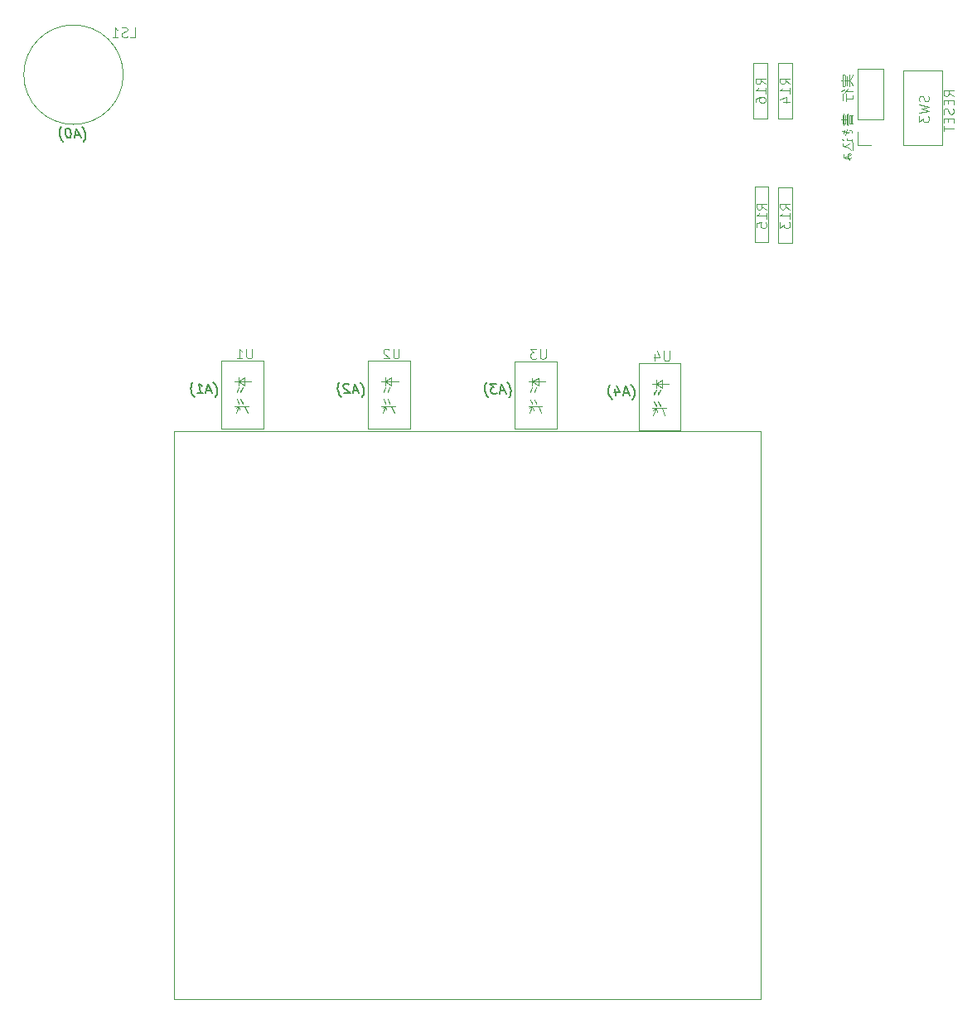
<source format=gbr>
%TF.GenerationSoftware,KiCad,Pcbnew,8.0.8*%
%TF.CreationDate,2025-08-25T22:32:07+09:00*%
%TF.ProjectId,Line_follower_robot,4c696e65-5f66-46f6-9c6c-6f7765725f72,rev?*%
%TF.SameCoordinates,Original*%
%TF.FileFunction,Legend,Bot*%
%TF.FilePolarity,Positive*%
%FSLAX46Y46*%
G04 Gerber Fmt 4.6, Leading zero omitted, Abs format (unit mm)*
G04 Created by KiCad (PCBNEW 8.0.8) date 2025-08-25 22:32:07*
%MOMM*%
%LPD*%
G01*
G04 APERTURE LIST*
%ADD10C,0.100000*%
%ADD11C,0.200000*%
%ADD12C,0.120000*%
G04 APERTURE END LIST*
D10*
X118610514Y-25603884D02*
X118610514Y-26556265D01*
X118800990Y-25651503D02*
X118800990Y-26556265D01*
X119039085Y-25461027D02*
X119039085Y-26699122D01*
X118372419Y-25508646D02*
X118562895Y-25508646D01*
X118229561Y-26080074D02*
X118372419Y-26080074D01*
X118372419Y-25508646D02*
X118372419Y-26651503D01*
X118372419Y-26651503D02*
X118562895Y-26651503D01*
X119039085Y-26080074D02*
X119229561Y-26270550D01*
X119229561Y-26270550D02*
X119372419Y-26603884D01*
X118515276Y-26080074D02*
X118991466Y-26080074D01*
X118991466Y-26080074D02*
X119134323Y-26032455D01*
X119134323Y-26032455D02*
X119229561Y-25889598D01*
X119229561Y-25889598D02*
X119372419Y-25508646D01*
X118324800Y-27461026D02*
X118324800Y-28127693D01*
X118658133Y-27413407D02*
X118658133Y-28175312D01*
X119372419Y-27651502D02*
X119372419Y-27937217D01*
X118658133Y-27222931D02*
X119372419Y-27222931D01*
X118658133Y-27937217D02*
X119372419Y-27937217D01*
X118229561Y-27222931D02*
X118515276Y-26984836D01*
X118515276Y-27318169D02*
X118896228Y-26937217D01*
X118467657Y-29461026D02*
X118467657Y-30699121D01*
X118610514Y-29603883D02*
X118610514Y-30508645D01*
X118753371Y-29556264D02*
X118753371Y-30603883D01*
X118896228Y-29461026D02*
X118896228Y-30699121D01*
X119181942Y-29651502D02*
X119181942Y-30508645D01*
X119324800Y-29651502D02*
X119324800Y-30508645D01*
X119039085Y-29651502D02*
X119372419Y-29651502D01*
X118229561Y-30080073D02*
X118896228Y-30080073D01*
X118324800Y-29603883D02*
X118324800Y-30508645D01*
X118324800Y-30508645D02*
X118610514Y-30508645D01*
X119039085Y-29651502D02*
X119039085Y-30508645D01*
X119039085Y-30508645D02*
X119372419Y-30508645D01*
X118515276Y-31127692D02*
X118420038Y-31508644D01*
X118753371Y-31080073D02*
X118610514Y-31651501D01*
X118277180Y-31270549D02*
X118991466Y-31461025D01*
X118991466Y-31461025D02*
X118991466Y-31318168D01*
X119039085Y-31127692D02*
X119181942Y-31127692D01*
X119181942Y-31127692D02*
X119277180Y-31222930D01*
X119277180Y-31222930D02*
X119324800Y-31413406D01*
X118277180Y-32080073D02*
X118467657Y-32222930D01*
X118753371Y-31984835D02*
X118753371Y-32222930D01*
X118753371Y-32222930D02*
X119181942Y-32222930D01*
X119181942Y-32222930D02*
X119372419Y-32032454D01*
X118324800Y-32508644D02*
X118324800Y-32794358D01*
X118324800Y-32794358D02*
X118705752Y-32841977D01*
X118705752Y-32841977D02*
X118943847Y-32984835D01*
X118943847Y-32984835D02*
X119181942Y-33175311D01*
X118562895Y-32794358D02*
X118943847Y-32603882D01*
X118943847Y-32603882D02*
X119134323Y-32413406D01*
X119277180Y-32127692D02*
X119372419Y-32699120D01*
X119372419Y-32699120D02*
X119372419Y-33175311D01*
X118420038Y-33651501D02*
X118420038Y-33937215D01*
X118420038Y-33937215D02*
X118753371Y-33841977D01*
X118753371Y-33841977D02*
X119229561Y-33651501D01*
X119229561Y-33651501D02*
X119086704Y-33556263D01*
X119086704Y-33556263D02*
X118943847Y-33556263D01*
X118943847Y-33556263D02*
X118848609Y-33699120D01*
X118848609Y-33699120D02*
X118848609Y-33889596D01*
X118848609Y-33889596D02*
X119039085Y-34222929D01*
X118610514Y-34080072D02*
X118896228Y-34080072D01*
X118896228Y-34080072D02*
X119086704Y-34032453D01*
X119086704Y-34032453D02*
X119277180Y-33889596D01*
X129672419Y-27675312D02*
X129196228Y-27341979D01*
X129672419Y-27103884D02*
X128672419Y-27103884D01*
X128672419Y-27103884D02*
X128672419Y-27484836D01*
X128672419Y-27484836D02*
X128720038Y-27580074D01*
X128720038Y-27580074D02*
X128767657Y-27627693D01*
X128767657Y-27627693D02*
X128862895Y-27675312D01*
X128862895Y-27675312D02*
X129005752Y-27675312D01*
X129005752Y-27675312D02*
X129100990Y-27627693D01*
X129100990Y-27627693D02*
X129148609Y-27580074D01*
X129148609Y-27580074D02*
X129196228Y-27484836D01*
X129196228Y-27484836D02*
X129196228Y-27103884D01*
X129148609Y-28103884D02*
X129148609Y-28437217D01*
X129672419Y-28580074D02*
X129672419Y-28103884D01*
X129672419Y-28103884D02*
X128672419Y-28103884D01*
X128672419Y-28103884D02*
X128672419Y-28580074D01*
X129624800Y-28961027D02*
X129672419Y-29103884D01*
X129672419Y-29103884D02*
X129672419Y-29341979D01*
X129672419Y-29341979D02*
X129624800Y-29437217D01*
X129624800Y-29437217D02*
X129577180Y-29484836D01*
X129577180Y-29484836D02*
X129481942Y-29532455D01*
X129481942Y-29532455D02*
X129386704Y-29532455D01*
X129386704Y-29532455D02*
X129291466Y-29484836D01*
X129291466Y-29484836D02*
X129243847Y-29437217D01*
X129243847Y-29437217D02*
X129196228Y-29341979D01*
X129196228Y-29341979D02*
X129148609Y-29151503D01*
X129148609Y-29151503D02*
X129100990Y-29056265D01*
X129100990Y-29056265D02*
X129053371Y-29008646D01*
X129053371Y-29008646D02*
X128958133Y-28961027D01*
X128958133Y-28961027D02*
X128862895Y-28961027D01*
X128862895Y-28961027D02*
X128767657Y-29008646D01*
X128767657Y-29008646D02*
X128720038Y-29056265D01*
X128720038Y-29056265D02*
X128672419Y-29151503D01*
X128672419Y-29151503D02*
X128672419Y-29389598D01*
X128672419Y-29389598D02*
X128720038Y-29532455D01*
X129148609Y-29961027D02*
X129148609Y-30294360D01*
X129672419Y-30437217D02*
X129672419Y-29961027D01*
X129672419Y-29961027D02*
X128672419Y-29961027D01*
X128672419Y-29961027D02*
X128672419Y-30437217D01*
X128672419Y-30722932D02*
X128672419Y-31294360D01*
X129672419Y-31008646D02*
X128672419Y-31008646D01*
D11*
X40798183Y-32348171D02*
X40839850Y-32300552D01*
X40839850Y-32300552D02*
X40917231Y-32157695D01*
X40917231Y-32157695D02*
X40952945Y-32062457D01*
X40952945Y-32062457D02*
X40982707Y-31919600D01*
X40982707Y-31919600D02*
X41000564Y-31681504D01*
X41000564Y-31681504D02*
X40976755Y-31491028D01*
X40976755Y-31491028D02*
X40899374Y-31252933D01*
X40899374Y-31252933D02*
X40833898Y-31110076D01*
X40833898Y-31110076D02*
X40774374Y-31014838D01*
X40774374Y-31014838D02*
X40661279Y-30871980D01*
X40661279Y-30871980D02*
X40607707Y-30824361D01*
X40381516Y-31681504D02*
X39905326Y-31681504D01*
X40512469Y-31967219D02*
X40054135Y-30967219D01*
X40054135Y-30967219D02*
X39845802Y-31967219D01*
X39196992Y-30967219D02*
X39101754Y-30967219D01*
X39101754Y-30967219D02*
X39012469Y-31014838D01*
X39012469Y-31014838D02*
X38970802Y-31062457D01*
X38970802Y-31062457D02*
X38935088Y-31157695D01*
X38935088Y-31157695D02*
X38911278Y-31348171D01*
X38911278Y-31348171D02*
X38941040Y-31586266D01*
X38941040Y-31586266D02*
X39012469Y-31776742D01*
X39012469Y-31776742D02*
X39071992Y-31871980D01*
X39071992Y-31871980D02*
X39125564Y-31919600D01*
X39125564Y-31919600D02*
X39226754Y-31967219D01*
X39226754Y-31967219D02*
X39321992Y-31967219D01*
X39321992Y-31967219D02*
X39411278Y-31919600D01*
X39411278Y-31919600D02*
X39452945Y-31871980D01*
X39452945Y-31871980D02*
X39488659Y-31776742D01*
X39488659Y-31776742D02*
X39512469Y-31586266D01*
X39512469Y-31586266D02*
X39482707Y-31348171D01*
X39482707Y-31348171D02*
X39411278Y-31157695D01*
X39411278Y-31157695D02*
X39351754Y-31062457D01*
X39351754Y-31062457D02*
X39298183Y-31014838D01*
X39298183Y-31014838D02*
X39196992Y-30967219D01*
X38702945Y-32348171D02*
X38649373Y-32300552D01*
X38649373Y-32300552D02*
X38536278Y-32157695D01*
X38536278Y-32157695D02*
X38476754Y-32062457D01*
X38476754Y-32062457D02*
X38411278Y-31919600D01*
X38411278Y-31919600D02*
X38333897Y-31681504D01*
X38333897Y-31681504D02*
X38310088Y-31491028D01*
X38310088Y-31491028D02*
X38327945Y-31252933D01*
X38327945Y-31252933D02*
X38357707Y-31110076D01*
X38357707Y-31110076D02*
X38393421Y-31014838D01*
X38393421Y-31014838D02*
X38470802Y-30871980D01*
X38470802Y-30871980D02*
X38512469Y-30824361D01*
X96888183Y-58658171D02*
X96929850Y-58610552D01*
X96929850Y-58610552D02*
X97007231Y-58467695D01*
X97007231Y-58467695D02*
X97042945Y-58372457D01*
X97042945Y-58372457D02*
X97072707Y-58229600D01*
X97072707Y-58229600D02*
X97090564Y-57991504D01*
X97090564Y-57991504D02*
X97066755Y-57801028D01*
X97066755Y-57801028D02*
X96989374Y-57562933D01*
X96989374Y-57562933D02*
X96923898Y-57420076D01*
X96923898Y-57420076D02*
X96864374Y-57324838D01*
X96864374Y-57324838D02*
X96751279Y-57181980D01*
X96751279Y-57181980D02*
X96697707Y-57134361D01*
X96471516Y-57991504D02*
X95995326Y-57991504D01*
X96602469Y-58277219D02*
X96144135Y-57277219D01*
X96144135Y-57277219D02*
X95935802Y-58277219D01*
X95090564Y-57610552D02*
X95173897Y-58277219D01*
X95281040Y-57229600D02*
X95608421Y-57943885D01*
X95608421Y-57943885D02*
X94989373Y-57943885D01*
X94792945Y-58658171D02*
X94739373Y-58610552D01*
X94739373Y-58610552D02*
X94626278Y-58467695D01*
X94626278Y-58467695D02*
X94566754Y-58372457D01*
X94566754Y-58372457D02*
X94501278Y-58229600D01*
X94501278Y-58229600D02*
X94423897Y-57991504D01*
X94423897Y-57991504D02*
X94400088Y-57801028D01*
X94400088Y-57801028D02*
X94417945Y-57562933D01*
X94417945Y-57562933D02*
X94447707Y-57420076D01*
X94447707Y-57420076D02*
X94483421Y-57324838D01*
X94483421Y-57324838D02*
X94560802Y-57181980D01*
X94560802Y-57181980D02*
X94602469Y-57134361D01*
X84248183Y-58448171D02*
X84289850Y-58400552D01*
X84289850Y-58400552D02*
X84367231Y-58257695D01*
X84367231Y-58257695D02*
X84402945Y-58162457D01*
X84402945Y-58162457D02*
X84432707Y-58019600D01*
X84432707Y-58019600D02*
X84450564Y-57781504D01*
X84450564Y-57781504D02*
X84426755Y-57591028D01*
X84426755Y-57591028D02*
X84349374Y-57352933D01*
X84349374Y-57352933D02*
X84283898Y-57210076D01*
X84283898Y-57210076D02*
X84224374Y-57114838D01*
X84224374Y-57114838D02*
X84111279Y-56971980D01*
X84111279Y-56971980D02*
X84057707Y-56924361D01*
X83831516Y-57781504D02*
X83355326Y-57781504D01*
X83962469Y-58067219D02*
X83504135Y-57067219D01*
X83504135Y-57067219D02*
X83295802Y-58067219D01*
X82932707Y-57067219D02*
X82313659Y-57067219D01*
X82313659Y-57067219D02*
X82694612Y-57448171D01*
X82694612Y-57448171D02*
X82551754Y-57448171D01*
X82551754Y-57448171D02*
X82462469Y-57495790D01*
X82462469Y-57495790D02*
X82420802Y-57543409D01*
X82420802Y-57543409D02*
X82385088Y-57638647D01*
X82385088Y-57638647D02*
X82414850Y-57876742D01*
X82414850Y-57876742D02*
X82474373Y-57971980D01*
X82474373Y-57971980D02*
X82527945Y-58019600D01*
X82527945Y-58019600D02*
X82629135Y-58067219D01*
X82629135Y-58067219D02*
X82914850Y-58067219D01*
X82914850Y-58067219D02*
X83004135Y-58019600D01*
X83004135Y-58019600D02*
X83045802Y-57971980D01*
X82152945Y-58448171D02*
X82099373Y-58400552D01*
X82099373Y-58400552D02*
X81986278Y-58257695D01*
X81986278Y-58257695D02*
X81926754Y-58162457D01*
X81926754Y-58162457D02*
X81861278Y-58019600D01*
X81861278Y-58019600D02*
X81783897Y-57781504D01*
X81783897Y-57781504D02*
X81760088Y-57591028D01*
X81760088Y-57591028D02*
X81777945Y-57352933D01*
X81777945Y-57352933D02*
X81807707Y-57210076D01*
X81807707Y-57210076D02*
X81843421Y-57114838D01*
X81843421Y-57114838D02*
X81920802Y-56971980D01*
X81920802Y-56971980D02*
X81962469Y-56924361D01*
X69238183Y-58428171D02*
X69279850Y-58380552D01*
X69279850Y-58380552D02*
X69357231Y-58237695D01*
X69357231Y-58237695D02*
X69392945Y-58142457D01*
X69392945Y-58142457D02*
X69422707Y-57999600D01*
X69422707Y-57999600D02*
X69440564Y-57761504D01*
X69440564Y-57761504D02*
X69416755Y-57571028D01*
X69416755Y-57571028D02*
X69339374Y-57332933D01*
X69339374Y-57332933D02*
X69273898Y-57190076D01*
X69273898Y-57190076D02*
X69214374Y-57094838D01*
X69214374Y-57094838D02*
X69101279Y-56951980D01*
X69101279Y-56951980D02*
X69047707Y-56904361D01*
X68821516Y-57761504D02*
X68345326Y-57761504D01*
X68952469Y-58047219D02*
X68494135Y-57047219D01*
X68494135Y-57047219D02*
X68285802Y-58047219D01*
X67886992Y-57142457D02*
X67833421Y-57094838D01*
X67833421Y-57094838D02*
X67732231Y-57047219D01*
X67732231Y-57047219D02*
X67494135Y-57047219D01*
X67494135Y-57047219D02*
X67404850Y-57094838D01*
X67404850Y-57094838D02*
X67363183Y-57142457D01*
X67363183Y-57142457D02*
X67327469Y-57237695D01*
X67327469Y-57237695D02*
X67339373Y-57332933D01*
X67339373Y-57332933D02*
X67404850Y-57475790D01*
X67404850Y-57475790D02*
X68047707Y-58047219D01*
X68047707Y-58047219D02*
X67428659Y-58047219D01*
X67142945Y-58428171D02*
X67089373Y-58380552D01*
X67089373Y-58380552D02*
X66976278Y-58237695D01*
X66976278Y-58237695D02*
X66916754Y-58142457D01*
X66916754Y-58142457D02*
X66851278Y-57999600D01*
X66851278Y-57999600D02*
X66773897Y-57761504D01*
X66773897Y-57761504D02*
X66750088Y-57571028D01*
X66750088Y-57571028D02*
X66767945Y-57332933D01*
X66767945Y-57332933D02*
X66797707Y-57190076D01*
X66797707Y-57190076D02*
X66833421Y-57094838D01*
X66833421Y-57094838D02*
X66910802Y-56951980D01*
X66910802Y-56951980D02*
X66952469Y-56904361D01*
X54238183Y-58428171D02*
X54279850Y-58380552D01*
X54279850Y-58380552D02*
X54357231Y-58237695D01*
X54357231Y-58237695D02*
X54392945Y-58142457D01*
X54392945Y-58142457D02*
X54422707Y-57999600D01*
X54422707Y-57999600D02*
X54440564Y-57761504D01*
X54440564Y-57761504D02*
X54416755Y-57571028D01*
X54416755Y-57571028D02*
X54339374Y-57332933D01*
X54339374Y-57332933D02*
X54273898Y-57190076D01*
X54273898Y-57190076D02*
X54214374Y-57094838D01*
X54214374Y-57094838D02*
X54101279Y-56951980D01*
X54101279Y-56951980D02*
X54047707Y-56904361D01*
X53821516Y-57761504D02*
X53345326Y-57761504D01*
X53952469Y-58047219D02*
X53494135Y-57047219D01*
X53494135Y-57047219D02*
X53285802Y-58047219D01*
X52428659Y-58047219D02*
X53000088Y-58047219D01*
X52714373Y-58047219D02*
X52589373Y-57047219D01*
X52589373Y-57047219D02*
X52702469Y-57190076D01*
X52702469Y-57190076D02*
X52809612Y-57285314D01*
X52809612Y-57285314D02*
X52910802Y-57332933D01*
X52142945Y-58428171D02*
X52089373Y-58380552D01*
X52089373Y-58380552D02*
X51976278Y-58237695D01*
X51976278Y-58237695D02*
X51916754Y-58142457D01*
X51916754Y-58142457D02*
X51851278Y-57999600D01*
X51851278Y-57999600D02*
X51773897Y-57761504D01*
X51773897Y-57761504D02*
X51750088Y-57571028D01*
X51750088Y-57571028D02*
X51767945Y-57332933D01*
X51767945Y-57332933D02*
X51797707Y-57190076D01*
X51797707Y-57190076D02*
X51833421Y-57094838D01*
X51833421Y-57094838D02*
X51910802Y-56951980D01*
X51910802Y-56951980D02*
X51952469Y-56904361D01*
D10*
X50000000Y-61900000D02*
X110000000Y-61900000D01*
X110000000Y-119900000D01*
X50000000Y-119900000D01*
X50000000Y-61900000D01*
X100651904Y-53717419D02*
X100651904Y-54526942D01*
X100651904Y-54526942D02*
X100604285Y-54622180D01*
X100604285Y-54622180D02*
X100556666Y-54669800D01*
X100556666Y-54669800D02*
X100461428Y-54717419D01*
X100461428Y-54717419D02*
X100270952Y-54717419D01*
X100270952Y-54717419D02*
X100175714Y-54669800D01*
X100175714Y-54669800D02*
X100128095Y-54622180D01*
X100128095Y-54622180D02*
X100080476Y-54526942D01*
X100080476Y-54526942D02*
X100080476Y-53717419D01*
X99175714Y-54050752D02*
X99175714Y-54717419D01*
X99413809Y-53669800D02*
X99651904Y-54384085D01*
X99651904Y-54384085D02*
X99032857Y-54384085D01*
X88011904Y-53507419D02*
X88011904Y-54316942D01*
X88011904Y-54316942D02*
X87964285Y-54412180D01*
X87964285Y-54412180D02*
X87916666Y-54459800D01*
X87916666Y-54459800D02*
X87821428Y-54507419D01*
X87821428Y-54507419D02*
X87630952Y-54507419D01*
X87630952Y-54507419D02*
X87535714Y-54459800D01*
X87535714Y-54459800D02*
X87488095Y-54412180D01*
X87488095Y-54412180D02*
X87440476Y-54316942D01*
X87440476Y-54316942D02*
X87440476Y-53507419D01*
X87059523Y-53507419D02*
X86440476Y-53507419D01*
X86440476Y-53507419D02*
X86773809Y-53888371D01*
X86773809Y-53888371D02*
X86630952Y-53888371D01*
X86630952Y-53888371D02*
X86535714Y-53935990D01*
X86535714Y-53935990D02*
X86488095Y-53983609D01*
X86488095Y-53983609D02*
X86440476Y-54078847D01*
X86440476Y-54078847D02*
X86440476Y-54316942D01*
X86440476Y-54316942D02*
X86488095Y-54412180D01*
X86488095Y-54412180D02*
X86535714Y-54459800D01*
X86535714Y-54459800D02*
X86630952Y-54507419D01*
X86630952Y-54507419D02*
X86916666Y-54507419D01*
X86916666Y-54507419D02*
X87011904Y-54459800D01*
X87011904Y-54459800D02*
X87059523Y-54412180D01*
X73001904Y-53487419D02*
X73001904Y-54296942D01*
X73001904Y-54296942D02*
X72954285Y-54392180D01*
X72954285Y-54392180D02*
X72906666Y-54439800D01*
X72906666Y-54439800D02*
X72811428Y-54487419D01*
X72811428Y-54487419D02*
X72620952Y-54487419D01*
X72620952Y-54487419D02*
X72525714Y-54439800D01*
X72525714Y-54439800D02*
X72478095Y-54392180D01*
X72478095Y-54392180D02*
X72430476Y-54296942D01*
X72430476Y-54296942D02*
X72430476Y-53487419D01*
X72001904Y-53582657D02*
X71954285Y-53535038D01*
X71954285Y-53535038D02*
X71859047Y-53487419D01*
X71859047Y-53487419D02*
X71620952Y-53487419D01*
X71620952Y-53487419D02*
X71525714Y-53535038D01*
X71525714Y-53535038D02*
X71478095Y-53582657D01*
X71478095Y-53582657D02*
X71430476Y-53677895D01*
X71430476Y-53677895D02*
X71430476Y-53773133D01*
X71430476Y-53773133D02*
X71478095Y-53915990D01*
X71478095Y-53915990D02*
X72049523Y-54487419D01*
X72049523Y-54487419D02*
X71430476Y-54487419D01*
X58001904Y-53487419D02*
X58001904Y-54296942D01*
X58001904Y-54296942D02*
X57954285Y-54392180D01*
X57954285Y-54392180D02*
X57906666Y-54439800D01*
X57906666Y-54439800D02*
X57811428Y-54487419D01*
X57811428Y-54487419D02*
X57620952Y-54487419D01*
X57620952Y-54487419D02*
X57525714Y-54439800D01*
X57525714Y-54439800D02*
X57478095Y-54392180D01*
X57478095Y-54392180D02*
X57430476Y-54296942D01*
X57430476Y-54296942D02*
X57430476Y-53487419D01*
X56430476Y-54487419D02*
X57001904Y-54487419D01*
X56716190Y-54487419D02*
X56716190Y-53487419D01*
X56716190Y-53487419D02*
X56811428Y-53630276D01*
X56811428Y-53630276D02*
X56906666Y-53725514D01*
X56906666Y-53725514D02*
X57001904Y-53773133D01*
X127109800Y-27666667D02*
X127157419Y-27809524D01*
X127157419Y-27809524D02*
X127157419Y-28047619D01*
X127157419Y-28047619D02*
X127109800Y-28142857D01*
X127109800Y-28142857D02*
X127062180Y-28190476D01*
X127062180Y-28190476D02*
X126966942Y-28238095D01*
X126966942Y-28238095D02*
X126871704Y-28238095D01*
X126871704Y-28238095D02*
X126776466Y-28190476D01*
X126776466Y-28190476D02*
X126728847Y-28142857D01*
X126728847Y-28142857D02*
X126681228Y-28047619D01*
X126681228Y-28047619D02*
X126633609Y-27857143D01*
X126633609Y-27857143D02*
X126585990Y-27761905D01*
X126585990Y-27761905D02*
X126538371Y-27714286D01*
X126538371Y-27714286D02*
X126443133Y-27666667D01*
X126443133Y-27666667D02*
X126347895Y-27666667D01*
X126347895Y-27666667D02*
X126252657Y-27714286D01*
X126252657Y-27714286D02*
X126205038Y-27761905D01*
X126205038Y-27761905D02*
X126157419Y-27857143D01*
X126157419Y-27857143D02*
X126157419Y-28095238D01*
X126157419Y-28095238D02*
X126205038Y-28238095D01*
X126157419Y-28571429D02*
X127157419Y-28809524D01*
X127157419Y-28809524D02*
X126443133Y-29000000D01*
X126443133Y-29000000D02*
X127157419Y-29190476D01*
X127157419Y-29190476D02*
X126157419Y-29428572D01*
X126157419Y-29714286D02*
X126157419Y-30333333D01*
X126157419Y-30333333D02*
X126538371Y-30000000D01*
X126538371Y-30000000D02*
X126538371Y-30142857D01*
X126538371Y-30142857D02*
X126585990Y-30238095D01*
X126585990Y-30238095D02*
X126633609Y-30285714D01*
X126633609Y-30285714D02*
X126728847Y-30333333D01*
X126728847Y-30333333D02*
X126966942Y-30333333D01*
X126966942Y-30333333D02*
X127062180Y-30285714D01*
X127062180Y-30285714D02*
X127109800Y-30238095D01*
X127109800Y-30238095D02*
X127157419Y-30142857D01*
X127157419Y-30142857D02*
X127157419Y-29857143D01*
X127157419Y-29857143D02*
X127109800Y-29761905D01*
X127109800Y-29761905D02*
X127062180Y-29714286D01*
X110457419Y-26457142D02*
X109981228Y-26123809D01*
X110457419Y-25885714D02*
X109457419Y-25885714D01*
X109457419Y-25885714D02*
X109457419Y-26266666D01*
X109457419Y-26266666D02*
X109505038Y-26361904D01*
X109505038Y-26361904D02*
X109552657Y-26409523D01*
X109552657Y-26409523D02*
X109647895Y-26457142D01*
X109647895Y-26457142D02*
X109790752Y-26457142D01*
X109790752Y-26457142D02*
X109885990Y-26409523D01*
X109885990Y-26409523D02*
X109933609Y-26361904D01*
X109933609Y-26361904D02*
X109981228Y-26266666D01*
X109981228Y-26266666D02*
X109981228Y-25885714D01*
X110457419Y-27409523D02*
X110457419Y-26838095D01*
X110457419Y-27123809D02*
X109457419Y-27123809D01*
X109457419Y-27123809D02*
X109600276Y-27028571D01*
X109600276Y-27028571D02*
X109695514Y-26933333D01*
X109695514Y-26933333D02*
X109743133Y-26838095D01*
X109457419Y-28266666D02*
X109457419Y-28076190D01*
X109457419Y-28076190D02*
X109505038Y-27980952D01*
X109505038Y-27980952D02*
X109552657Y-27933333D01*
X109552657Y-27933333D02*
X109695514Y-27838095D01*
X109695514Y-27838095D02*
X109885990Y-27790476D01*
X109885990Y-27790476D02*
X110266942Y-27790476D01*
X110266942Y-27790476D02*
X110362180Y-27838095D01*
X110362180Y-27838095D02*
X110409800Y-27885714D01*
X110409800Y-27885714D02*
X110457419Y-27980952D01*
X110457419Y-27980952D02*
X110457419Y-28171428D01*
X110457419Y-28171428D02*
X110409800Y-28266666D01*
X110409800Y-28266666D02*
X110362180Y-28314285D01*
X110362180Y-28314285D02*
X110266942Y-28361904D01*
X110266942Y-28361904D02*
X110028847Y-28361904D01*
X110028847Y-28361904D02*
X109933609Y-28314285D01*
X109933609Y-28314285D02*
X109885990Y-28266666D01*
X109885990Y-28266666D02*
X109838371Y-28171428D01*
X109838371Y-28171428D02*
X109838371Y-27980952D01*
X109838371Y-27980952D02*
X109885990Y-27885714D01*
X109885990Y-27885714D02*
X109933609Y-27838095D01*
X109933609Y-27838095D02*
X110028847Y-27790476D01*
X110557419Y-39257142D02*
X110081228Y-38923809D01*
X110557419Y-38685714D02*
X109557419Y-38685714D01*
X109557419Y-38685714D02*
X109557419Y-39066666D01*
X109557419Y-39066666D02*
X109605038Y-39161904D01*
X109605038Y-39161904D02*
X109652657Y-39209523D01*
X109652657Y-39209523D02*
X109747895Y-39257142D01*
X109747895Y-39257142D02*
X109890752Y-39257142D01*
X109890752Y-39257142D02*
X109985990Y-39209523D01*
X109985990Y-39209523D02*
X110033609Y-39161904D01*
X110033609Y-39161904D02*
X110081228Y-39066666D01*
X110081228Y-39066666D02*
X110081228Y-38685714D01*
X110557419Y-40209523D02*
X110557419Y-39638095D01*
X110557419Y-39923809D02*
X109557419Y-39923809D01*
X109557419Y-39923809D02*
X109700276Y-39828571D01*
X109700276Y-39828571D02*
X109795514Y-39733333D01*
X109795514Y-39733333D02*
X109843133Y-39638095D01*
X109557419Y-41114285D02*
X109557419Y-40638095D01*
X109557419Y-40638095D02*
X110033609Y-40590476D01*
X110033609Y-40590476D02*
X109985990Y-40638095D01*
X109985990Y-40638095D02*
X109938371Y-40733333D01*
X109938371Y-40733333D02*
X109938371Y-40971428D01*
X109938371Y-40971428D02*
X109985990Y-41066666D01*
X109985990Y-41066666D02*
X110033609Y-41114285D01*
X110033609Y-41114285D02*
X110128847Y-41161904D01*
X110128847Y-41161904D02*
X110366942Y-41161904D01*
X110366942Y-41161904D02*
X110462180Y-41114285D01*
X110462180Y-41114285D02*
X110509800Y-41066666D01*
X110509800Y-41066666D02*
X110557419Y-40971428D01*
X110557419Y-40971428D02*
X110557419Y-40733333D01*
X110557419Y-40733333D02*
X110509800Y-40638095D01*
X110509800Y-40638095D02*
X110462180Y-40590476D01*
X112957419Y-26457142D02*
X112481228Y-26123809D01*
X112957419Y-25885714D02*
X111957419Y-25885714D01*
X111957419Y-25885714D02*
X111957419Y-26266666D01*
X111957419Y-26266666D02*
X112005038Y-26361904D01*
X112005038Y-26361904D02*
X112052657Y-26409523D01*
X112052657Y-26409523D02*
X112147895Y-26457142D01*
X112147895Y-26457142D02*
X112290752Y-26457142D01*
X112290752Y-26457142D02*
X112385990Y-26409523D01*
X112385990Y-26409523D02*
X112433609Y-26361904D01*
X112433609Y-26361904D02*
X112481228Y-26266666D01*
X112481228Y-26266666D02*
X112481228Y-25885714D01*
X112957419Y-27409523D02*
X112957419Y-26838095D01*
X112957419Y-27123809D02*
X111957419Y-27123809D01*
X111957419Y-27123809D02*
X112100276Y-27028571D01*
X112100276Y-27028571D02*
X112195514Y-26933333D01*
X112195514Y-26933333D02*
X112243133Y-26838095D01*
X112290752Y-28266666D02*
X112957419Y-28266666D01*
X111909800Y-28028571D02*
X112624085Y-27790476D01*
X112624085Y-27790476D02*
X112624085Y-28409523D01*
X112957419Y-39257142D02*
X112481228Y-38923809D01*
X112957419Y-38685714D02*
X111957419Y-38685714D01*
X111957419Y-38685714D02*
X111957419Y-39066666D01*
X111957419Y-39066666D02*
X112005038Y-39161904D01*
X112005038Y-39161904D02*
X112052657Y-39209523D01*
X112052657Y-39209523D02*
X112147895Y-39257142D01*
X112147895Y-39257142D02*
X112290752Y-39257142D01*
X112290752Y-39257142D02*
X112385990Y-39209523D01*
X112385990Y-39209523D02*
X112433609Y-39161904D01*
X112433609Y-39161904D02*
X112481228Y-39066666D01*
X112481228Y-39066666D02*
X112481228Y-38685714D01*
X112957419Y-40209523D02*
X112957419Y-39638095D01*
X112957419Y-39923809D02*
X111957419Y-39923809D01*
X111957419Y-39923809D02*
X112100276Y-39828571D01*
X112100276Y-39828571D02*
X112195514Y-39733333D01*
X112195514Y-39733333D02*
X112243133Y-39638095D01*
X111957419Y-40542857D02*
X111957419Y-41161904D01*
X111957419Y-41161904D02*
X112338371Y-40828571D01*
X112338371Y-40828571D02*
X112338371Y-40971428D01*
X112338371Y-40971428D02*
X112385990Y-41066666D01*
X112385990Y-41066666D02*
X112433609Y-41114285D01*
X112433609Y-41114285D02*
X112528847Y-41161904D01*
X112528847Y-41161904D02*
X112766942Y-41161904D01*
X112766942Y-41161904D02*
X112862180Y-41114285D01*
X112862180Y-41114285D02*
X112909800Y-41066666D01*
X112909800Y-41066666D02*
X112957419Y-40971428D01*
X112957419Y-40971428D02*
X112957419Y-40685714D01*
X112957419Y-40685714D02*
X112909800Y-40590476D01*
X112909800Y-40590476D02*
X112862180Y-40542857D01*
X45542857Y-21657419D02*
X46019047Y-21657419D01*
X46019047Y-21657419D02*
X46019047Y-20657419D01*
X45257142Y-21609800D02*
X45114285Y-21657419D01*
X45114285Y-21657419D02*
X44876190Y-21657419D01*
X44876190Y-21657419D02*
X44780952Y-21609800D01*
X44780952Y-21609800D02*
X44733333Y-21562180D01*
X44733333Y-21562180D02*
X44685714Y-21466942D01*
X44685714Y-21466942D02*
X44685714Y-21371704D01*
X44685714Y-21371704D02*
X44733333Y-21276466D01*
X44733333Y-21276466D02*
X44780952Y-21228847D01*
X44780952Y-21228847D02*
X44876190Y-21181228D01*
X44876190Y-21181228D02*
X45066666Y-21133609D01*
X45066666Y-21133609D02*
X45161904Y-21085990D01*
X45161904Y-21085990D02*
X45209523Y-21038371D01*
X45209523Y-21038371D02*
X45257142Y-20943133D01*
X45257142Y-20943133D02*
X45257142Y-20847895D01*
X45257142Y-20847895D02*
X45209523Y-20752657D01*
X45209523Y-20752657D02*
X45161904Y-20705038D01*
X45161904Y-20705038D02*
X45066666Y-20657419D01*
X45066666Y-20657419D02*
X44828571Y-20657419D01*
X44828571Y-20657419D02*
X44685714Y-20705038D01*
X43733333Y-21657419D02*
X44304761Y-21657419D01*
X44019047Y-21657419D02*
X44019047Y-20657419D01*
X44019047Y-20657419D02*
X44114285Y-20800276D01*
X44114285Y-20800276D02*
X44209523Y-20895514D01*
X44209523Y-20895514D02*
X44304761Y-20943133D01*
%TO.C,U4*%
X98890000Y-57060000D02*
X100590000Y-57060000D01*
X99890000Y-57460000D02*
X99890000Y-56660000D01*
X99290000Y-57060000D02*
X99890000Y-57460000D01*
X100190000Y-60260000D02*
X99890000Y-59560000D01*
X99490000Y-58160000D02*
X99690000Y-57660000D01*
X99690000Y-59160000D02*
X99690000Y-59360000D01*
X99490000Y-57960000D02*
X99490000Y-58160000D01*
X99690000Y-59360000D02*
X99490000Y-58860000D01*
X99290000Y-57360000D02*
X99290000Y-56660000D01*
X99890000Y-56660000D02*
X99290000Y-57060000D01*
X99290000Y-57010000D02*
X99290000Y-57460000D01*
X99090000Y-58160000D02*
X99290000Y-57660000D01*
X99290000Y-59160000D02*
X99290000Y-59360000D01*
X99390000Y-59960000D02*
X99290000Y-59560000D01*
X98990000Y-59760000D02*
X99290000Y-59560000D01*
X99090000Y-57960000D02*
X99090000Y-58160000D01*
X99290000Y-59360000D02*
X99090000Y-58860000D01*
X99290000Y-59560000D02*
X98990000Y-60260000D01*
X100290000Y-59560000D02*
X98890000Y-59560000D01*
X101790000Y-54960000D02*
X97490000Y-54960000D01*
X97490000Y-61860000D01*
X101790000Y-61860000D01*
X101790000Y-54960000D01*
%TO.C,U3*%
X86250000Y-56850000D02*
X87950000Y-56850000D01*
X87250000Y-57250000D02*
X87250000Y-56450000D01*
X86650000Y-56850000D02*
X87250000Y-57250000D01*
X87550000Y-60050000D02*
X87250000Y-59350000D01*
X86850000Y-57950000D02*
X87050000Y-57450000D01*
X87050000Y-58950000D02*
X87050000Y-59150000D01*
X86850000Y-57750000D02*
X86850000Y-57950000D01*
X87050000Y-59150000D02*
X86850000Y-58650000D01*
X86650000Y-57150000D02*
X86650000Y-56450000D01*
X87250000Y-56450000D02*
X86650000Y-56850000D01*
X86650000Y-56800000D02*
X86650000Y-57250000D01*
X86450000Y-57950000D02*
X86650000Y-57450000D01*
X86650000Y-58950000D02*
X86650000Y-59150000D01*
X86750000Y-59750000D02*
X86650000Y-59350000D01*
X86350000Y-59550000D02*
X86650000Y-59350000D01*
X86450000Y-57750000D02*
X86450000Y-57950000D01*
X86650000Y-59150000D02*
X86450000Y-58650000D01*
X86650000Y-59350000D02*
X86350000Y-60050000D01*
X87650000Y-59350000D02*
X86250000Y-59350000D01*
X89150000Y-54750000D02*
X84850000Y-54750000D01*
X84850000Y-61650000D01*
X89150000Y-61650000D01*
X89150000Y-54750000D01*
%TO.C,U2*%
X71240000Y-56830000D02*
X72940000Y-56830000D01*
X72240000Y-57230000D02*
X72240000Y-56430000D01*
X71640000Y-56830000D02*
X72240000Y-57230000D01*
X72540000Y-60030000D02*
X72240000Y-59330000D01*
X71840000Y-57930000D02*
X72040000Y-57430000D01*
X72040000Y-58930000D02*
X72040000Y-59130000D01*
X71840000Y-57730000D02*
X71840000Y-57930000D01*
X72040000Y-59130000D02*
X71840000Y-58630000D01*
X71640000Y-57130000D02*
X71640000Y-56430000D01*
X72240000Y-56430000D02*
X71640000Y-56830000D01*
X71640000Y-56780000D02*
X71640000Y-57230000D01*
X71440000Y-57930000D02*
X71640000Y-57430000D01*
X71640000Y-58930000D02*
X71640000Y-59130000D01*
X71740000Y-59730000D02*
X71640000Y-59330000D01*
X71340000Y-59530000D02*
X71640000Y-59330000D01*
X71440000Y-57730000D02*
X71440000Y-57930000D01*
X71640000Y-59130000D02*
X71440000Y-58630000D01*
X71640000Y-59330000D02*
X71340000Y-60030000D01*
X72640000Y-59330000D02*
X71240000Y-59330000D01*
X74140000Y-54730000D02*
X69840000Y-54730000D01*
X69840000Y-61630000D01*
X74140000Y-61630000D01*
X74140000Y-54730000D01*
%TO.C,U1*%
X59140000Y-54730000D02*
X54840000Y-54730000D01*
X54840000Y-61630000D01*
X59140000Y-61630000D01*
X59140000Y-54730000D01*
X57640000Y-59330000D02*
X56240000Y-59330000D01*
X56640000Y-59330000D02*
X56340000Y-60030000D01*
X56640000Y-59130000D02*
X56440000Y-58630000D01*
X56440000Y-57730000D02*
X56440000Y-57930000D01*
X56340000Y-59530000D02*
X56640000Y-59330000D01*
X56740000Y-59730000D02*
X56640000Y-59330000D01*
X56640000Y-58930000D02*
X56640000Y-59130000D01*
X56440000Y-57930000D02*
X56640000Y-57430000D01*
X56640000Y-56780000D02*
X56640000Y-57230000D01*
X57240000Y-56430000D02*
X56640000Y-56830000D01*
X56640000Y-57130000D02*
X56640000Y-56430000D01*
X57040000Y-59130000D02*
X56840000Y-58630000D01*
X56840000Y-57730000D02*
X56840000Y-57930000D01*
X57040000Y-58930000D02*
X57040000Y-59130000D01*
X56840000Y-57930000D02*
X57040000Y-57430000D01*
X57540000Y-60030000D02*
X57240000Y-59330000D01*
X56640000Y-56830000D02*
X57240000Y-57230000D01*
X57240000Y-57230000D02*
X57240000Y-56430000D01*
X56240000Y-56830000D02*
X57940000Y-56830000D01*
D12*
%TO.C,SW4*%
X121200000Y-32655000D02*
X119870000Y-32655000D01*
X119870000Y-32655000D02*
X119870000Y-31325000D01*
X119870000Y-24915000D02*
X119870000Y-30055000D01*
X122530000Y-30055000D02*
X119870000Y-30055000D01*
X122530000Y-24915000D02*
X119870000Y-24915000D01*
X122530000Y-24915000D02*
X122530000Y-30055000D01*
%TO.C,SW3*%
D10*
X128500000Y-32710000D02*
X124500000Y-32710000D01*
X124500000Y-25110000D01*
X128500000Y-25110000D01*
X128500000Y-32710000D01*
%TO.C,R16*%
X110656000Y-30000000D02*
X109256000Y-30000000D01*
X109256000Y-24300000D01*
X110656000Y-24300000D01*
X110656000Y-30000000D01*
%TO.C,R15*%
X109344000Y-36900000D02*
X110744000Y-36900000D01*
X110744000Y-42600000D01*
X109344000Y-42600000D01*
X109344000Y-36900000D01*
%TO.C,R14*%
X113156000Y-30000000D02*
X111756000Y-30000000D01*
X111756000Y-24300000D01*
X113156000Y-24300000D01*
X113156000Y-30000000D01*
%TO.C,R13*%
X113156000Y-42700000D02*
X111756000Y-42700000D01*
X111756000Y-37000000D01*
X113156000Y-37000000D01*
X113156000Y-42700000D01*
%TO.C,LS1*%
X44840000Y-25500000D02*
G75*
G02*
X34680000Y-25500000I-5080000J0D01*
G01*
X34680000Y-25500000D02*
G75*
G02*
X44840000Y-25500000I5080000J0D01*
G01*
%TD*%
M02*

</source>
